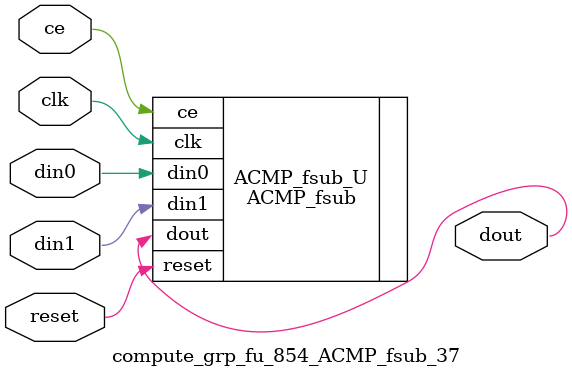
<source format=v>

`timescale 1 ns / 1 ps
module compute_grp_fu_854_ACMP_fsub_37(
    clk,
    reset,
    ce,
    din0,
    din1,
    dout);

parameter ID = 32'd1;
parameter NUM_STAGE = 32'd1;
parameter din0_WIDTH = 32'd1;
parameter din1_WIDTH = 32'd1;
parameter dout_WIDTH = 32'd1;
input clk;
input reset;
input ce;
input[din0_WIDTH - 1:0] din0;
input[din1_WIDTH - 1:0] din1;
output[dout_WIDTH - 1:0] dout;



ACMP_fsub #(
.ID( ID ),
.NUM_STAGE( 4 ),
.din0_WIDTH( din0_WIDTH ),
.din1_WIDTH( din1_WIDTH ),
.dout_WIDTH( dout_WIDTH ))
ACMP_fsub_U(
    .clk( clk ),
    .reset( reset ),
    .ce( ce ),
    .din0( din0 ),
    .din1( din1 ),
    .dout( dout ));

endmodule

</source>
